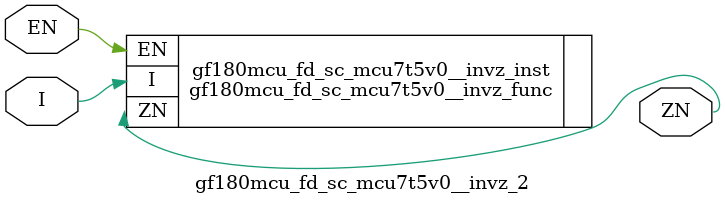
<source format=v>

`ifndef GF180MCU_FD_SC_MCU7T5V0__INVZ_3_V
`define GF180MCU_FD_SC_MCU7T5V0__INVZ_3_V

`include gf180mcu_fd_sc_mcu7t5v0__invz.v

`ifdef USE_POWER_PINS
module gf180mcu_fd_sc_mcu7t5v0__invz_2( EN, ZN, I, VDD, VSS );
inout VDD, VSS;
`else // If not USE_POWER_PINS
module gf180mcu_fd_sc_mcu7t5v0__invz_2( EN, ZN, I );
`endif // If not USE_POWER_PINS
input EN, I;
output ZN;

`ifdef USE_POWER_PINS
  gf180mcu_fd_sc_mcu7t5v0__invz_func gf180mcu_fd_sc_mcu7t5v0__invz_inst(.EN(EN),.ZN(ZN),.I(I),.VDD(VDD),.VSS(VSS));
`else // If not USE_POWER_PINS
  gf180mcu_fd_sc_mcu7t5v0__invz_func gf180mcu_fd_sc_mcu7t5v0__invz_inst(.EN(EN),.ZN(ZN),.I(I));
`endif // If not USE_POWER_PINS

`ifndef FUNCTIONAL
	// spec_gates_begin


	// spec_gates_end



   specify

	// specify_block_begin

	// comb arc EN --> ZN
	 (EN => ZN) = (1.0,1.0);

	// comb arc I --> ZN
	 (I => ZN) = (1.0,1.0);

	// specify_block_end

   endspecify

   `endif

endmodule
`endif

</source>
